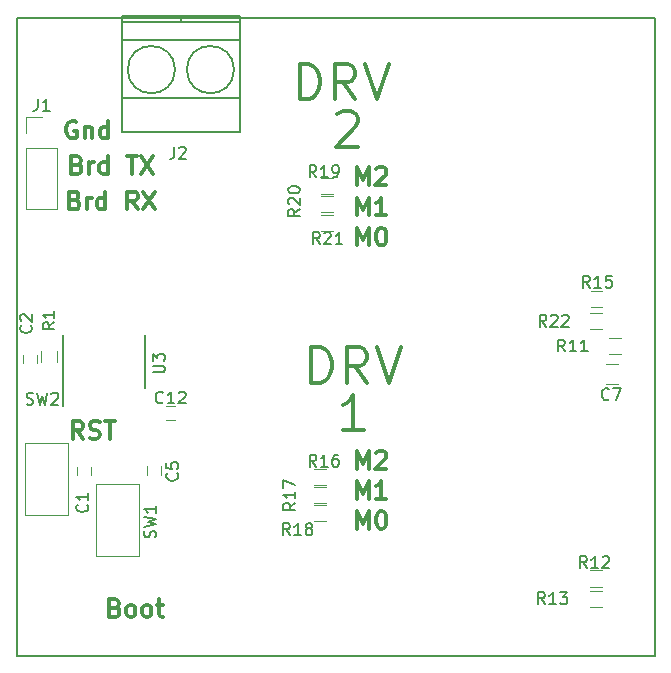
<source format=gbr>
G04 #@! TF.FileFunction,Legend,Top*
%FSLAX46Y46*%
G04 Gerber Fmt 4.6, Leading zero omitted, Abs format (unit mm)*
G04 Created by KiCad (PCBNEW 4.0.7) date Mon Jan 29 08:29:15 2018*
%MOMM*%
%LPD*%
G01*
G04 APERTURE LIST*
%ADD10C,0.100000*%
%ADD11C,0.300000*%
%ADD12C,0.150000*%
%ADD13C,0.120000*%
G04 APERTURE END LIST*
D10*
D11*
X43035714Y-38750000D02*
X42892857Y-38678571D01*
X42678571Y-38678571D01*
X42464286Y-38750000D01*
X42321428Y-38892857D01*
X42250000Y-39035714D01*
X42178571Y-39321429D01*
X42178571Y-39535714D01*
X42250000Y-39821429D01*
X42321428Y-39964286D01*
X42464286Y-40107143D01*
X42678571Y-40178571D01*
X42821428Y-40178571D01*
X43035714Y-40107143D01*
X43107143Y-40035714D01*
X43107143Y-39535714D01*
X42821428Y-39535714D01*
X43750000Y-39178571D02*
X43750000Y-40178571D01*
X43750000Y-39321429D02*
X43821428Y-39250000D01*
X43964286Y-39178571D01*
X44178571Y-39178571D01*
X44321428Y-39250000D01*
X44392857Y-39392857D01*
X44392857Y-40178571D01*
X45750000Y-40178571D02*
X45750000Y-38678571D01*
X45750000Y-40107143D02*
X45607143Y-40178571D01*
X45321429Y-40178571D01*
X45178571Y-40107143D01*
X45107143Y-40035714D01*
X45035714Y-39892857D01*
X45035714Y-39464286D01*
X45107143Y-39321429D01*
X45178571Y-39250000D01*
X45321429Y-39178571D01*
X45607143Y-39178571D01*
X45750000Y-39250000D01*
X43107144Y-42392857D02*
X43321430Y-42464286D01*
X43392858Y-42535714D01*
X43464287Y-42678571D01*
X43464287Y-42892857D01*
X43392858Y-43035714D01*
X43321430Y-43107143D01*
X43178572Y-43178571D01*
X42607144Y-43178571D01*
X42607144Y-41678571D01*
X43107144Y-41678571D01*
X43250001Y-41750000D01*
X43321430Y-41821429D01*
X43392858Y-41964286D01*
X43392858Y-42107143D01*
X43321430Y-42250000D01*
X43250001Y-42321429D01*
X43107144Y-42392857D01*
X42607144Y-42392857D01*
X44107144Y-43178571D02*
X44107144Y-42178571D01*
X44107144Y-42464286D02*
X44178572Y-42321429D01*
X44250001Y-42250000D01*
X44392858Y-42178571D01*
X44535715Y-42178571D01*
X45678572Y-43178571D02*
X45678572Y-41678571D01*
X45678572Y-43107143D02*
X45535715Y-43178571D01*
X45250001Y-43178571D01*
X45107143Y-43107143D01*
X45035715Y-43035714D01*
X44964286Y-42892857D01*
X44964286Y-42464286D01*
X45035715Y-42321429D01*
X45107143Y-42250000D01*
X45250001Y-42178571D01*
X45535715Y-42178571D01*
X45678572Y-42250000D01*
X47321429Y-41678571D02*
X48178572Y-41678571D01*
X47750001Y-43178571D02*
X47750001Y-41678571D01*
X48535715Y-41678571D02*
X49535715Y-43178571D01*
X49535715Y-41678571D02*
X48535715Y-43178571D01*
X42928572Y-45392857D02*
X43142858Y-45464286D01*
X43214286Y-45535714D01*
X43285715Y-45678571D01*
X43285715Y-45892857D01*
X43214286Y-46035714D01*
X43142858Y-46107143D01*
X43000000Y-46178571D01*
X42428572Y-46178571D01*
X42428572Y-44678571D01*
X42928572Y-44678571D01*
X43071429Y-44750000D01*
X43142858Y-44821429D01*
X43214286Y-44964286D01*
X43214286Y-45107143D01*
X43142858Y-45250000D01*
X43071429Y-45321429D01*
X42928572Y-45392857D01*
X42428572Y-45392857D01*
X43928572Y-46178571D02*
X43928572Y-45178571D01*
X43928572Y-45464286D02*
X44000000Y-45321429D01*
X44071429Y-45250000D01*
X44214286Y-45178571D01*
X44357143Y-45178571D01*
X45500000Y-46178571D02*
X45500000Y-44678571D01*
X45500000Y-46107143D02*
X45357143Y-46178571D01*
X45071429Y-46178571D01*
X44928571Y-46107143D01*
X44857143Y-46035714D01*
X44785714Y-45892857D01*
X44785714Y-45464286D01*
X44857143Y-45321429D01*
X44928571Y-45250000D01*
X45071429Y-45178571D01*
X45357143Y-45178571D01*
X45500000Y-45250000D01*
X48214286Y-46178571D02*
X47714286Y-45464286D01*
X47357143Y-46178571D02*
X47357143Y-44678571D01*
X47928571Y-44678571D01*
X48071429Y-44750000D01*
X48142857Y-44821429D01*
X48214286Y-44964286D01*
X48214286Y-45178571D01*
X48142857Y-45321429D01*
X48071429Y-45392857D01*
X47928571Y-45464286D01*
X47357143Y-45464286D01*
X48714286Y-44678571D02*
X49714286Y-46178571D01*
X49714286Y-44678571D02*
X48714286Y-46178571D01*
X66785715Y-68128571D02*
X66785715Y-66628571D01*
X67285715Y-67700000D01*
X67785715Y-66628571D01*
X67785715Y-68128571D01*
X68428572Y-66771429D02*
X68500001Y-66700000D01*
X68642858Y-66628571D01*
X69000001Y-66628571D01*
X69142858Y-66700000D01*
X69214287Y-66771429D01*
X69285715Y-66914286D01*
X69285715Y-67057143D01*
X69214287Y-67271429D01*
X68357144Y-68128571D01*
X69285715Y-68128571D01*
X66785715Y-70678571D02*
X66785715Y-69178571D01*
X67285715Y-70250000D01*
X67785715Y-69178571D01*
X67785715Y-70678571D01*
X69285715Y-70678571D02*
X68428572Y-70678571D01*
X68857144Y-70678571D02*
X68857144Y-69178571D01*
X68714287Y-69392857D01*
X68571429Y-69535714D01*
X68428572Y-69607143D01*
X66785715Y-73228571D02*
X66785715Y-71728571D01*
X67285715Y-72800000D01*
X67785715Y-71728571D01*
X67785715Y-73228571D01*
X68785715Y-71728571D02*
X68928572Y-71728571D01*
X69071429Y-71800000D01*
X69142858Y-71871429D01*
X69214287Y-72014286D01*
X69285715Y-72300000D01*
X69285715Y-72657143D01*
X69214287Y-72942857D01*
X69142858Y-73085714D01*
X69071429Y-73157143D01*
X68928572Y-73228571D01*
X68785715Y-73228571D01*
X68642858Y-73157143D01*
X68571429Y-73085714D01*
X68500001Y-72942857D01*
X68428572Y-72657143D01*
X68428572Y-72300000D01*
X68500001Y-72014286D01*
X68571429Y-71871429D01*
X68642858Y-71800000D01*
X68785715Y-71728571D01*
X66785715Y-44128571D02*
X66785715Y-42628571D01*
X67285715Y-43700000D01*
X67785715Y-42628571D01*
X67785715Y-44128571D01*
X68428572Y-42771429D02*
X68500001Y-42700000D01*
X68642858Y-42628571D01*
X69000001Y-42628571D01*
X69142858Y-42700000D01*
X69214287Y-42771429D01*
X69285715Y-42914286D01*
X69285715Y-43057143D01*
X69214287Y-43271429D01*
X68357144Y-44128571D01*
X69285715Y-44128571D01*
X66785715Y-46678571D02*
X66785715Y-45178571D01*
X67285715Y-46250000D01*
X67785715Y-45178571D01*
X67785715Y-46678571D01*
X69285715Y-46678571D02*
X68428572Y-46678571D01*
X68857144Y-46678571D02*
X68857144Y-45178571D01*
X68714287Y-45392857D01*
X68571429Y-45535714D01*
X68428572Y-45607143D01*
X66785715Y-49228571D02*
X66785715Y-47728571D01*
X67285715Y-48800000D01*
X67785715Y-47728571D01*
X67785715Y-49228571D01*
X68785715Y-47728571D02*
X68928572Y-47728571D01*
X69071429Y-47800000D01*
X69142858Y-47871429D01*
X69214287Y-48014286D01*
X69285715Y-48300000D01*
X69285715Y-48657143D01*
X69214287Y-48942857D01*
X69142858Y-49085714D01*
X69071429Y-49157143D01*
X68928572Y-49228571D01*
X68785715Y-49228571D01*
X68642858Y-49157143D01*
X68571429Y-49085714D01*
X68500001Y-48942857D01*
X68428572Y-48657143D01*
X68428572Y-48300000D01*
X68500001Y-48014286D01*
X68571429Y-47871429D01*
X68642858Y-47800000D01*
X68785715Y-47728571D01*
X65142858Y-38142857D02*
X65285715Y-38000000D01*
X65571429Y-37857143D01*
X66285715Y-37857143D01*
X66571429Y-38000000D01*
X66714286Y-38142857D01*
X66857143Y-38428571D01*
X66857143Y-38714286D01*
X66714286Y-39142857D01*
X65000000Y-40857143D01*
X66857143Y-40857143D01*
X67357143Y-64857143D02*
X65642858Y-64857143D01*
X66500000Y-64857143D02*
X66500000Y-61857143D01*
X66214286Y-62285714D01*
X65928572Y-62571429D01*
X65642858Y-62714286D01*
X61928572Y-36857143D02*
X61928572Y-33857143D01*
X62642857Y-33857143D01*
X63071429Y-34000000D01*
X63357143Y-34285714D01*
X63500000Y-34571429D01*
X63642857Y-35142857D01*
X63642857Y-35571429D01*
X63500000Y-36142857D01*
X63357143Y-36428571D01*
X63071429Y-36714286D01*
X62642857Y-36857143D01*
X61928572Y-36857143D01*
X66642857Y-36857143D02*
X65642857Y-35428571D01*
X64928572Y-36857143D02*
X64928572Y-33857143D01*
X66071429Y-33857143D01*
X66357143Y-34000000D01*
X66500000Y-34142857D01*
X66642857Y-34428571D01*
X66642857Y-34857143D01*
X66500000Y-35142857D01*
X66357143Y-35285714D01*
X66071429Y-35428571D01*
X64928572Y-35428571D01*
X67500000Y-33857143D02*
X68500000Y-36857143D01*
X69500000Y-33857143D01*
X62928572Y-60857143D02*
X62928572Y-57857143D01*
X63642857Y-57857143D01*
X64071429Y-58000000D01*
X64357143Y-58285714D01*
X64500000Y-58571429D01*
X64642857Y-59142857D01*
X64642857Y-59571429D01*
X64500000Y-60142857D01*
X64357143Y-60428571D01*
X64071429Y-60714286D01*
X63642857Y-60857143D01*
X62928572Y-60857143D01*
X67642857Y-60857143D02*
X66642857Y-59428571D01*
X65928572Y-60857143D02*
X65928572Y-57857143D01*
X67071429Y-57857143D01*
X67357143Y-58000000D01*
X67500000Y-58142857D01*
X67642857Y-58428571D01*
X67642857Y-58857143D01*
X67500000Y-59142857D01*
X67357143Y-59285714D01*
X67071429Y-59428571D01*
X65928572Y-59428571D01*
X68500000Y-57857143D02*
X69500000Y-60857143D01*
X70500000Y-57857143D01*
X46321429Y-79892857D02*
X46535715Y-79964286D01*
X46607143Y-80035714D01*
X46678572Y-80178571D01*
X46678572Y-80392857D01*
X46607143Y-80535714D01*
X46535715Y-80607143D01*
X46392857Y-80678571D01*
X45821429Y-80678571D01*
X45821429Y-79178571D01*
X46321429Y-79178571D01*
X46464286Y-79250000D01*
X46535715Y-79321429D01*
X46607143Y-79464286D01*
X46607143Y-79607143D01*
X46535715Y-79750000D01*
X46464286Y-79821429D01*
X46321429Y-79892857D01*
X45821429Y-79892857D01*
X47535715Y-80678571D02*
X47392857Y-80607143D01*
X47321429Y-80535714D01*
X47250000Y-80392857D01*
X47250000Y-79964286D01*
X47321429Y-79821429D01*
X47392857Y-79750000D01*
X47535715Y-79678571D01*
X47750000Y-79678571D01*
X47892857Y-79750000D01*
X47964286Y-79821429D01*
X48035715Y-79964286D01*
X48035715Y-80392857D01*
X47964286Y-80535714D01*
X47892857Y-80607143D01*
X47750000Y-80678571D01*
X47535715Y-80678571D01*
X48892858Y-80678571D02*
X48750000Y-80607143D01*
X48678572Y-80535714D01*
X48607143Y-80392857D01*
X48607143Y-79964286D01*
X48678572Y-79821429D01*
X48750000Y-79750000D01*
X48892858Y-79678571D01*
X49107143Y-79678571D01*
X49250000Y-79750000D01*
X49321429Y-79821429D01*
X49392858Y-79964286D01*
X49392858Y-80392857D01*
X49321429Y-80535714D01*
X49250000Y-80607143D01*
X49107143Y-80678571D01*
X48892858Y-80678571D01*
X49821429Y-79678571D02*
X50392858Y-79678571D01*
X50035715Y-79178571D02*
X50035715Y-80464286D01*
X50107143Y-80607143D01*
X50250001Y-80678571D01*
X50392858Y-80678571D01*
X43592072Y-65603571D02*
X43092072Y-64889286D01*
X42734929Y-65603571D02*
X42734929Y-64103571D01*
X43306357Y-64103571D01*
X43449215Y-64175000D01*
X43520643Y-64246429D01*
X43592072Y-64389286D01*
X43592072Y-64603571D01*
X43520643Y-64746429D01*
X43449215Y-64817857D01*
X43306357Y-64889286D01*
X42734929Y-64889286D01*
X44163500Y-65532143D02*
X44377786Y-65603571D01*
X44734929Y-65603571D01*
X44877786Y-65532143D01*
X44949215Y-65460714D01*
X45020643Y-65317857D01*
X45020643Y-65175000D01*
X44949215Y-65032143D01*
X44877786Y-64960714D01*
X44734929Y-64889286D01*
X44449215Y-64817857D01*
X44306357Y-64746429D01*
X44234929Y-64675000D01*
X44163500Y-64532143D01*
X44163500Y-64389286D01*
X44234929Y-64246429D01*
X44306357Y-64175000D01*
X44449215Y-64103571D01*
X44806357Y-64103571D01*
X45020643Y-64175000D01*
X45449214Y-64103571D02*
X46306357Y-64103571D01*
X45877786Y-65603571D02*
X45877786Y-64103571D01*
D12*
X92000000Y-84000000D02*
X92000000Y-82000000D01*
X38000000Y-84000000D02*
X92000000Y-84000000D01*
X38000000Y-82000000D02*
X38000000Y-84000000D01*
X92000000Y-30000000D02*
X92000000Y-82000000D01*
X82000000Y-30000000D02*
X92000000Y-30000000D01*
X38000000Y-82000000D02*
X38000000Y-30000000D01*
X38000000Y-30000000D02*
X82000000Y-30000000D01*
X51883000Y-30345000D02*
X51883000Y-29845000D01*
X51383000Y-34345000D02*
G75*
G03X51383000Y-34345000I-2000000J0D01*
G01*
X56383000Y-34345000D02*
G75*
G03X56383000Y-34345000I-2000000J0D01*
G01*
X56883000Y-31845000D02*
X46883000Y-31845000D01*
X56883000Y-36745000D02*
X46883000Y-36745000D01*
X56883000Y-30345000D02*
X46883000Y-30345000D01*
X56883000Y-29845000D02*
X46883000Y-29845000D01*
X46883000Y-29845000D02*
X46883000Y-39645000D01*
X46883000Y-39645000D02*
X56883000Y-39645000D01*
X56883000Y-39645000D02*
X56883000Y-29845000D01*
D13*
X44251500Y-68004000D02*
X44251500Y-68704000D01*
X43051500Y-68704000D02*
X43051500Y-68004000D01*
X38543000Y-59179000D02*
X38543000Y-58479000D01*
X39743000Y-58479000D02*
X39743000Y-59179000D01*
X38765500Y-46125500D02*
X41425500Y-46125500D01*
X38765500Y-40985500D02*
X38765500Y-46125500D01*
X41425500Y-40985500D02*
X41425500Y-46125500D01*
X38765500Y-40985500D02*
X41425500Y-40985500D01*
X38765500Y-39715500D02*
X38765500Y-38385500D01*
X38765500Y-38385500D02*
X40095500Y-38385500D01*
X41410500Y-58138500D02*
X41410500Y-59138500D01*
X40050500Y-59138500D02*
X40050500Y-58138500D01*
X63154000Y-68182000D02*
X64154000Y-68182000D01*
X64154000Y-69542000D02*
X63154000Y-69542000D01*
X63154000Y-69706000D02*
X64154000Y-69706000D01*
X64154000Y-71066000D02*
X63154000Y-71066000D01*
X63154000Y-71230000D02*
X64154000Y-71230000D01*
X64154000Y-72590000D02*
X63154000Y-72590000D01*
X63725500Y-43544000D02*
X64725500Y-43544000D01*
X64725500Y-44904000D02*
X63725500Y-44904000D01*
X63725500Y-45068000D02*
X64725500Y-45068000D01*
X64725500Y-46428000D02*
X63725500Y-46428000D01*
X63725500Y-46655500D02*
X64725500Y-46655500D01*
X64725500Y-48015500D02*
X63725500Y-48015500D01*
D12*
X48816000Y-61308000D02*
X48816000Y-56858000D01*
X41916000Y-62833000D02*
X41916000Y-56858000D01*
D13*
X89109500Y-58429500D02*
X88109500Y-58429500D01*
X88109500Y-57069500D02*
X89109500Y-57069500D01*
X87522000Y-78114500D02*
X86522000Y-78114500D01*
X86522000Y-76754500D02*
X87522000Y-76754500D01*
X87522000Y-79829000D02*
X86522000Y-79829000D01*
X86522000Y-78469000D02*
X87522000Y-78469000D01*
X87572800Y-54454400D02*
X86572800Y-54454400D01*
X86572800Y-53094400D02*
X87572800Y-53094400D01*
X87522000Y-56334000D02*
X86522000Y-56334000D01*
X86522000Y-54974000D02*
X87522000Y-54974000D01*
X49020500Y-68640500D02*
X49020500Y-67940500D01*
X50220500Y-67940500D02*
X50220500Y-68640500D01*
X50667500Y-62801000D02*
X51367500Y-62801000D01*
X51367500Y-64001000D02*
X50667500Y-64001000D01*
X48310000Y-69440000D02*
X48310000Y-75560000D01*
X48310000Y-75560000D02*
X44690000Y-75560000D01*
X44690000Y-75560000D02*
X44690000Y-69440000D01*
X44690000Y-69440000D02*
X48310000Y-69440000D01*
X42286500Y-65929000D02*
X42286500Y-72049000D01*
X42286500Y-72049000D02*
X38666500Y-72049000D01*
X38666500Y-72049000D02*
X38666500Y-65929000D01*
X38666500Y-65929000D02*
X42286500Y-65929000D01*
X88919000Y-59249000D02*
X87919000Y-59249000D01*
X87919000Y-60949000D02*
X88919000Y-60949000D01*
D12*
X51319167Y-40882381D02*
X51319167Y-41596667D01*
X51271547Y-41739524D01*
X51176309Y-41834762D01*
X51033452Y-41882381D01*
X50938214Y-41882381D01*
X51747738Y-40977619D02*
X51795357Y-40930000D01*
X51890595Y-40882381D01*
X52128691Y-40882381D01*
X52223929Y-40930000D01*
X52271548Y-40977619D01*
X52319167Y-41072857D01*
X52319167Y-41168095D01*
X52271548Y-41310952D01*
X51700119Y-41882381D01*
X52319167Y-41882381D01*
X43945143Y-71187666D02*
X43992762Y-71235285D01*
X44040381Y-71378142D01*
X44040381Y-71473380D01*
X43992762Y-71616238D01*
X43897524Y-71711476D01*
X43802286Y-71759095D01*
X43611810Y-71806714D01*
X43468952Y-71806714D01*
X43278476Y-71759095D01*
X43183238Y-71711476D01*
X43088000Y-71616238D01*
X43040381Y-71473380D01*
X43040381Y-71378142D01*
X43088000Y-71235285D01*
X43135619Y-71187666D01*
X44040381Y-70235285D02*
X44040381Y-70806714D01*
X44040381Y-70521000D02*
X43040381Y-70521000D01*
X43183238Y-70616238D01*
X43278476Y-70711476D01*
X43326095Y-70806714D01*
X39182643Y-56011166D02*
X39230262Y-56058785D01*
X39277881Y-56201642D01*
X39277881Y-56296880D01*
X39230262Y-56439738D01*
X39135024Y-56534976D01*
X39039786Y-56582595D01*
X38849310Y-56630214D01*
X38706452Y-56630214D01*
X38515976Y-56582595D01*
X38420738Y-56534976D01*
X38325500Y-56439738D01*
X38277881Y-56296880D01*
X38277881Y-56201642D01*
X38325500Y-56058785D01*
X38373119Y-56011166D01*
X38373119Y-55630214D02*
X38325500Y-55582595D01*
X38277881Y-55487357D01*
X38277881Y-55249261D01*
X38325500Y-55154023D01*
X38373119Y-55106404D01*
X38468357Y-55058785D01*
X38563595Y-55058785D01*
X38706452Y-55106404D01*
X39277881Y-55677833D01*
X39277881Y-55058785D01*
X39762167Y-36837881D02*
X39762167Y-37552167D01*
X39714547Y-37695024D01*
X39619309Y-37790262D01*
X39476452Y-37837881D01*
X39381214Y-37837881D01*
X40762167Y-37837881D02*
X40190738Y-37837881D01*
X40476452Y-37837881D02*
X40476452Y-36837881D01*
X40381214Y-36980738D01*
X40285976Y-37075976D01*
X40190738Y-37123595D01*
X41182881Y-55757166D02*
X40706690Y-56090500D01*
X41182881Y-56328595D02*
X40182881Y-56328595D01*
X40182881Y-55947642D01*
X40230500Y-55852404D01*
X40278119Y-55804785D01*
X40373357Y-55757166D01*
X40516214Y-55757166D01*
X40611452Y-55804785D01*
X40659071Y-55852404D01*
X40706690Y-55947642D01*
X40706690Y-56328595D01*
X41182881Y-54804785D02*
X41182881Y-55376214D01*
X41182881Y-55090500D02*
X40182881Y-55090500D01*
X40325738Y-55185738D01*
X40420976Y-55280976D01*
X40468595Y-55376214D01*
X63357143Y-67952381D02*
X63023809Y-67476190D01*
X62785714Y-67952381D02*
X62785714Y-66952381D01*
X63166667Y-66952381D01*
X63261905Y-67000000D01*
X63309524Y-67047619D01*
X63357143Y-67142857D01*
X63357143Y-67285714D01*
X63309524Y-67380952D01*
X63261905Y-67428571D01*
X63166667Y-67476190D01*
X62785714Y-67476190D01*
X64309524Y-67952381D02*
X63738095Y-67952381D01*
X64023809Y-67952381D02*
X64023809Y-66952381D01*
X63928571Y-67095238D01*
X63833333Y-67190476D01*
X63738095Y-67238095D01*
X65166667Y-66952381D02*
X64976190Y-66952381D01*
X64880952Y-67000000D01*
X64833333Y-67047619D01*
X64738095Y-67190476D01*
X64690476Y-67380952D01*
X64690476Y-67761905D01*
X64738095Y-67857143D01*
X64785714Y-67904762D01*
X64880952Y-67952381D01*
X65071429Y-67952381D01*
X65166667Y-67904762D01*
X65214286Y-67857143D01*
X65261905Y-67761905D01*
X65261905Y-67523810D01*
X65214286Y-67428571D01*
X65166667Y-67380952D01*
X65071429Y-67333333D01*
X64880952Y-67333333D01*
X64785714Y-67380952D01*
X64738095Y-67428571D01*
X64690476Y-67523810D01*
X61566381Y-71028857D02*
X61090190Y-71362191D01*
X61566381Y-71600286D02*
X60566381Y-71600286D01*
X60566381Y-71219333D01*
X60614000Y-71124095D01*
X60661619Y-71076476D01*
X60756857Y-71028857D01*
X60899714Y-71028857D01*
X60994952Y-71076476D01*
X61042571Y-71124095D01*
X61090190Y-71219333D01*
X61090190Y-71600286D01*
X61566381Y-70076476D02*
X61566381Y-70647905D01*
X61566381Y-70362191D02*
X60566381Y-70362191D01*
X60709238Y-70457429D01*
X60804476Y-70552667D01*
X60852095Y-70647905D01*
X60566381Y-69743143D02*
X60566381Y-69076476D01*
X61566381Y-69505048D01*
X61106143Y-73759381D02*
X60772809Y-73283190D01*
X60534714Y-73759381D02*
X60534714Y-72759381D01*
X60915667Y-72759381D01*
X61010905Y-72807000D01*
X61058524Y-72854619D01*
X61106143Y-72949857D01*
X61106143Y-73092714D01*
X61058524Y-73187952D01*
X61010905Y-73235571D01*
X60915667Y-73283190D01*
X60534714Y-73283190D01*
X62058524Y-73759381D02*
X61487095Y-73759381D01*
X61772809Y-73759381D02*
X61772809Y-72759381D01*
X61677571Y-72902238D01*
X61582333Y-72997476D01*
X61487095Y-73045095D01*
X62629952Y-73187952D02*
X62534714Y-73140333D01*
X62487095Y-73092714D01*
X62439476Y-72997476D01*
X62439476Y-72949857D01*
X62487095Y-72854619D01*
X62534714Y-72807000D01*
X62629952Y-72759381D01*
X62820429Y-72759381D01*
X62915667Y-72807000D01*
X62963286Y-72854619D01*
X63010905Y-72949857D01*
X63010905Y-72997476D01*
X62963286Y-73092714D01*
X62915667Y-73140333D01*
X62820429Y-73187952D01*
X62629952Y-73187952D01*
X62534714Y-73235571D01*
X62487095Y-73283190D01*
X62439476Y-73378429D01*
X62439476Y-73568905D01*
X62487095Y-73664143D01*
X62534714Y-73711762D01*
X62629952Y-73759381D01*
X62820429Y-73759381D01*
X62915667Y-73711762D01*
X62963286Y-73664143D01*
X63010905Y-73568905D01*
X63010905Y-73378429D01*
X62963286Y-73283190D01*
X62915667Y-73235571D01*
X62820429Y-73187952D01*
X63357143Y-43452381D02*
X63023809Y-42976190D01*
X62785714Y-43452381D02*
X62785714Y-42452381D01*
X63166667Y-42452381D01*
X63261905Y-42500000D01*
X63309524Y-42547619D01*
X63357143Y-42642857D01*
X63357143Y-42785714D01*
X63309524Y-42880952D01*
X63261905Y-42928571D01*
X63166667Y-42976190D01*
X62785714Y-42976190D01*
X64309524Y-43452381D02*
X63738095Y-43452381D01*
X64023809Y-43452381D02*
X64023809Y-42452381D01*
X63928571Y-42595238D01*
X63833333Y-42690476D01*
X63738095Y-42738095D01*
X64785714Y-43452381D02*
X64976190Y-43452381D01*
X65071429Y-43404762D01*
X65119048Y-43357143D01*
X65214286Y-43214286D01*
X65261905Y-43023810D01*
X65261905Y-42642857D01*
X65214286Y-42547619D01*
X65166667Y-42500000D01*
X65071429Y-42452381D01*
X64880952Y-42452381D01*
X64785714Y-42500000D01*
X64738095Y-42547619D01*
X64690476Y-42642857D01*
X64690476Y-42880952D01*
X64738095Y-42976190D01*
X64785714Y-43023810D01*
X64880952Y-43071429D01*
X65071429Y-43071429D01*
X65166667Y-43023810D01*
X65214286Y-42976190D01*
X65261905Y-42880952D01*
X61952381Y-46142857D02*
X61476190Y-46476191D01*
X61952381Y-46714286D02*
X60952381Y-46714286D01*
X60952381Y-46333333D01*
X61000000Y-46238095D01*
X61047619Y-46190476D01*
X61142857Y-46142857D01*
X61285714Y-46142857D01*
X61380952Y-46190476D01*
X61428571Y-46238095D01*
X61476190Y-46333333D01*
X61476190Y-46714286D01*
X61047619Y-45761905D02*
X61000000Y-45714286D01*
X60952381Y-45619048D01*
X60952381Y-45380952D01*
X61000000Y-45285714D01*
X61047619Y-45238095D01*
X61142857Y-45190476D01*
X61238095Y-45190476D01*
X61380952Y-45238095D01*
X61952381Y-45809524D01*
X61952381Y-45190476D01*
X60952381Y-44571429D02*
X60952381Y-44476190D01*
X61000000Y-44380952D01*
X61047619Y-44333333D01*
X61142857Y-44285714D01*
X61333333Y-44238095D01*
X61571429Y-44238095D01*
X61761905Y-44285714D01*
X61857143Y-44333333D01*
X61904762Y-44380952D01*
X61952381Y-44476190D01*
X61952381Y-44571429D01*
X61904762Y-44666667D01*
X61857143Y-44714286D01*
X61761905Y-44761905D01*
X61571429Y-44809524D01*
X61333333Y-44809524D01*
X61142857Y-44761905D01*
X61047619Y-44714286D01*
X61000000Y-44666667D01*
X60952381Y-44571429D01*
X63646143Y-49121381D02*
X63312809Y-48645190D01*
X63074714Y-49121381D02*
X63074714Y-48121381D01*
X63455667Y-48121381D01*
X63550905Y-48169000D01*
X63598524Y-48216619D01*
X63646143Y-48311857D01*
X63646143Y-48454714D01*
X63598524Y-48549952D01*
X63550905Y-48597571D01*
X63455667Y-48645190D01*
X63074714Y-48645190D01*
X64027095Y-48216619D02*
X64074714Y-48169000D01*
X64169952Y-48121381D01*
X64408048Y-48121381D01*
X64503286Y-48169000D01*
X64550905Y-48216619D01*
X64598524Y-48311857D01*
X64598524Y-48407095D01*
X64550905Y-48549952D01*
X63979476Y-49121381D01*
X64598524Y-49121381D01*
X65550905Y-49121381D02*
X64979476Y-49121381D01*
X65265190Y-49121381D02*
X65265190Y-48121381D01*
X65169952Y-48264238D01*
X65074714Y-48359476D01*
X64979476Y-48407095D01*
X49517381Y-59971905D02*
X50326905Y-59971905D01*
X50422143Y-59924286D01*
X50469762Y-59876667D01*
X50517381Y-59781429D01*
X50517381Y-59590952D01*
X50469762Y-59495714D01*
X50422143Y-59448095D01*
X50326905Y-59400476D01*
X49517381Y-59400476D01*
X49517381Y-59019524D02*
X49517381Y-58400476D01*
X49898333Y-58733810D01*
X49898333Y-58590952D01*
X49945952Y-58495714D01*
X49993571Y-58448095D01*
X50088810Y-58400476D01*
X50326905Y-58400476D01*
X50422143Y-58448095D01*
X50469762Y-58495714D01*
X50517381Y-58590952D01*
X50517381Y-58876667D01*
X50469762Y-58971905D01*
X50422143Y-59019524D01*
X84410643Y-58201881D02*
X84077309Y-57725690D01*
X83839214Y-58201881D02*
X83839214Y-57201881D01*
X84220167Y-57201881D01*
X84315405Y-57249500D01*
X84363024Y-57297119D01*
X84410643Y-57392357D01*
X84410643Y-57535214D01*
X84363024Y-57630452D01*
X84315405Y-57678071D01*
X84220167Y-57725690D01*
X83839214Y-57725690D01*
X85363024Y-58201881D02*
X84791595Y-58201881D01*
X85077309Y-58201881D02*
X85077309Y-57201881D01*
X84982071Y-57344738D01*
X84886833Y-57439976D01*
X84791595Y-57487595D01*
X86315405Y-58201881D02*
X85743976Y-58201881D01*
X86029690Y-58201881D02*
X86029690Y-57201881D01*
X85934452Y-57344738D01*
X85839214Y-57439976D01*
X85743976Y-57487595D01*
X86252143Y-76553381D02*
X85918809Y-76077190D01*
X85680714Y-76553381D02*
X85680714Y-75553381D01*
X86061667Y-75553381D01*
X86156905Y-75601000D01*
X86204524Y-75648619D01*
X86252143Y-75743857D01*
X86252143Y-75886714D01*
X86204524Y-75981952D01*
X86156905Y-76029571D01*
X86061667Y-76077190D01*
X85680714Y-76077190D01*
X87204524Y-76553381D02*
X86633095Y-76553381D01*
X86918809Y-76553381D02*
X86918809Y-75553381D01*
X86823571Y-75696238D01*
X86728333Y-75791476D01*
X86633095Y-75839095D01*
X87585476Y-75648619D02*
X87633095Y-75601000D01*
X87728333Y-75553381D01*
X87966429Y-75553381D01*
X88061667Y-75601000D01*
X88109286Y-75648619D01*
X88156905Y-75743857D01*
X88156905Y-75839095D01*
X88109286Y-75981952D01*
X87537857Y-76553381D01*
X88156905Y-76553381D01*
X82696143Y-79601381D02*
X82362809Y-79125190D01*
X82124714Y-79601381D02*
X82124714Y-78601381D01*
X82505667Y-78601381D01*
X82600905Y-78649000D01*
X82648524Y-78696619D01*
X82696143Y-78791857D01*
X82696143Y-78934714D01*
X82648524Y-79029952D01*
X82600905Y-79077571D01*
X82505667Y-79125190D01*
X82124714Y-79125190D01*
X83648524Y-79601381D02*
X83077095Y-79601381D01*
X83362809Y-79601381D02*
X83362809Y-78601381D01*
X83267571Y-78744238D01*
X83172333Y-78839476D01*
X83077095Y-78887095D01*
X83981857Y-78601381D02*
X84600905Y-78601381D01*
X84267571Y-78982333D01*
X84410429Y-78982333D01*
X84505667Y-79029952D01*
X84553286Y-79077571D01*
X84600905Y-79172810D01*
X84600905Y-79410905D01*
X84553286Y-79506143D01*
X84505667Y-79553762D01*
X84410429Y-79601381D01*
X84124714Y-79601381D01*
X84029476Y-79553762D01*
X83981857Y-79506143D01*
X86506143Y-52804381D02*
X86172809Y-52328190D01*
X85934714Y-52804381D02*
X85934714Y-51804381D01*
X86315667Y-51804381D01*
X86410905Y-51852000D01*
X86458524Y-51899619D01*
X86506143Y-51994857D01*
X86506143Y-52137714D01*
X86458524Y-52232952D01*
X86410905Y-52280571D01*
X86315667Y-52328190D01*
X85934714Y-52328190D01*
X87458524Y-52804381D02*
X86887095Y-52804381D01*
X87172809Y-52804381D02*
X87172809Y-51804381D01*
X87077571Y-51947238D01*
X86982333Y-52042476D01*
X86887095Y-52090095D01*
X88363286Y-51804381D02*
X87887095Y-51804381D01*
X87839476Y-52280571D01*
X87887095Y-52232952D01*
X87982333Y-52185333D01*
X88220429Y-52185333D01*
X88315667Y-52232952D01*
X88363286Y-52280571D01*
X88410905Y-52375810D01*
X88410905Y-52613905D01*
X88363286Y-52709143D01*
X88315667Y-52756762D01*
X88220429Y-52804381D01*
X87982333Y-52804381D01*
X87887095Y-52756762D01*
X87839476Y-52709143D01*
X82823143Y-56106381D02*
X82489809Y-55630190D01*
X82251714Y-56106381D02*
X82251714Y-55106381D01*
X82632667Y-55106381D01*
X82727905Y-55154000D01*
X82775524Y-55201619D01*
X82823143Y-55296857D01*
X82823143Y-55439714D01*
X82775524Y-55534952D01*
X82727905Y-55582571D01*
X82632667Y-55630190D01*
X82251714Y-55630190D01*
X83204095Y-55201619D02*
X83251714Y-55154000D01*
X83346952Y-55106381D01*
X83585048Y-55106381D01*
X83680286Y-55154000D01*
X83727905Y-55201619D01*
X83775524Y-55296857D01*
X83775524Y-55392095D01*
X83727905Y-55534952D01*
X83156476Y-56106381D01*
X83775524Y-56106381D01*
X84156476Y-55201619D02*
X84204095Y-55154000D01*
X84299333Y-55106381D01*
X84537429Y-55106381D01*
X84632667Y-55154000D01*
X84680286Y-55201619D01*
X84727905Y-55296857D01*
X84727905Y-55392095D01*
X84680286Y-55534952D01*
X84108857Y-56106381D01*
X84727905Y-56106381D01*
X51565143Y-68520666D02*
X51612762Y-68568285D01*
X51660381Y-68711142D01*
X51660381Y-68806380D01*
X51612762Y-68949238D01*
X51517524Y-69044476D01*
X51422286Y-69092095D01*
X51231810Y-69139714D01*
X51088952Y-69139714D01*
X50898476Y-69092095D01*
X50803238Y-69044476D01*
X50708000Y-68949238D01*
X50660381Y-68806380D01*
X50660381Y-68711142D01*
X50708000Y-68568285D01*
X50755619Y-68520666D01*
X50660381Y-67615904D02*
X50660381Y-68092095D01*
X51136571Y-68139714D01*
X51088952Y-68092095D01*
X51041333Y-67996857D01*
X51041333Y-67758761D01*
X51088952Y-67663523D01*
X51136571Y-67615904D01*
X51231810Y-67568285D01*
X51469905Y-67568285D01*
X51565143Y-67615904D01*
X51612762Y-67663523D01*
X51660381Y-67758761D01*
X51660381Y-67996857D01*
X51612762Y-68092095D01*
X51565143Y-68139714D01*
X50374643Y-62508143D02*
X50327024Y-62555762D01*
X50184167Y-62603381D01*
X50088929Y-62603381D01*
X49946071Y-62555762D01*
X49850833Y-62460524D01*
X49803214Y-62365286D01*
X49755595Y-62174810D01*
X49755595Y-62031952D01*
X49803214Y-61841476D01*
X49850833Y-61746238D01*
X49946071Y-61651000D01*
X50088929Y-61603381D01*
X50184167Y-61603381D01*
X50327024Y-61651000D01*
X50374643Y-61698619D01*
X51327024Y-62603381D02*
X50755595Y-62603381D01*
X51041309Y-62603381D02*
X51041309Y-61603381D01*
X50946071Y-61746238D01*
X50850833Y-61841476D01*
X50755595Y-61889095D01*
X51707976Y-61698619D02*
X51755595Y-61651000D01*
X51850833Y-61603381D01*
X52088929Y-61603381D01*
X52184167Y-61651000D01*
X52231786Y-61698619D01*
X52279405Y-61793857D01*
X52279405Y-61889095D01*
X52231786Y-62031952D01*
X51660357Y-62603381D01*
X52279405Y-62603381D01*
X49733162Y-73954533D02*
X49780781Y-73811676D01*
X49780781Y-73573580D01*
X49733162Y-73478342D01*
X49685543Y-73430723D01*
X49590305Y-73383104D01*
X49495067Y-73383104D01*
X49399829Y-73430723D01*
X49352210Y-73478342D01*
X49304590Y-73573580D01*
X49256971Y-73764057D01*
X49209352Y-73859295D01*
X49161733Y-73906914D01*
X49066495Y-73954533D01*
X48971257Y-73954533D01*
X48876019Y-73906914D01*
X48828400Y-73859295D01*
X48780781Y-73764057D01*
X48780781Y-73525961D01*
X48828400Y-73383104D01*
X48780781Y-73049771D02*
X49780781Y-72811676D01*
X49066495Y-72621199D01*
X49780781Y-72430723D01*
X48780781Y-72192628D01*
X49780781Y-71287866D02*
X49780781Y-71859295D01*
X49780781Y-71573581D02*
X48780781Y-71573581D01*
X48923638Y-71668819D01*
X49018876Y-71764057D01*
X49066495Y-71859295D01*
X38825667Y-62662762D02*
X38968524Y-62710381D01*
X39206620Y-62710381D01*
X39301858Y-62662762D01*
X39349477Y-62615143D01*
X39397096Y-62519905D01*
X39397096Y-62424667D01*
X39349477Y-62329429D01*
X39301858Y-62281810D01*
X39206620Y-62234190D01*
X39016143Y-62186571D01*
X38920905Y-62138952D01*
X38873286Y-62091333D01*
X38825667Y-61996095D01*
X38825667Y-61900857D01*
X38873286Y-61805619D01*
X38920905Y-61758000D01*
X39016143Y-61710381D01*
X39254239Y-61710381D01*
X39397096Y-61758000D01*
X39730429Y-61710381D02*
X39968524Y-62710381D01*
X40159001Y-61996095D01*
X40349477Y-62710381D01*
X40587572Y-61710381D01*
X40920905Y-61805619D02*
X40968524Y-61758000D01*
X41063762Y-61710381D01*
X41301858Y-61710381D01*
X41397096Y-61758000D01*
X41444715Y-61805619D01*
X41492334Y-61900857D01*
X41492334Y-61996095D01*
X41444715Y-62138952D01*
X40873286Y-62710381D01*
X41492334Y-62710381D01*
X88125334Y-62234143D02*
X88077715Y-62281762D01*
X87934858Y-62329381D01*
X87839620Y-62329381D01*
X87696762Y-62281762D01*
X87601524Y-62186524D01*
X87553905Y-62091286D01*
X87506286Y-61900810D01*
X87506286Y-61757952D01*
X87553905Y-61567476D01*
X87601524Y-61472238D01*
X87696762Y-61377000D01*
X87839620Y-61329381D01*
X87934858Y-61329381D01*
X88077715Y-61377000D01*
X88125334Y-61424619D01*
X88458667Y-61329381D02*
X89125334Y-61329381D01*
X88696762Y-62329381D01*
M02*

</source>
